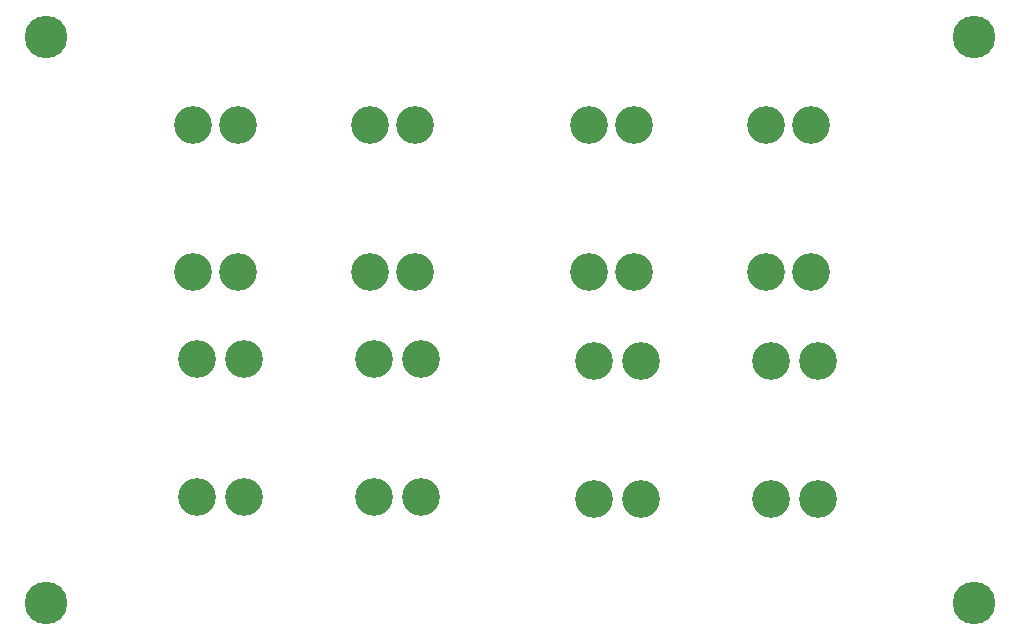
<source format=gbr>
G04 #@! TF.FileFunction,Soldermask,Top*
%FSLAX46Y46*%
G04 Gerber Fmt 4.6, Leading zero omitted, Abs format (unit mm)*
G04 Created by KiCad (PCBNEW 4.0.7) date 04/09/18 21:23:14*
%MOMM*%
%LPD*%
G01*
G04 APERTURE LIST*
%ADD10C,0.100000*%
%ADD11C,3.600000*%
%ADD12C,3.200000*%
G04 APERTURE END LIST*
D10*
D11*
X111000000Y-146000000D03*
X189600000Y-146000000D03*
X189600000Y-98000000D03*
D12*
X123800000Y-137000000D03*
X127800000Y-137000000D03*
X123800000Y-125320000D03*
X127800000Y-125320000D03*
X138800000Y-125320000D03*
X142800000Y-125320000D03*
X138800000Y-137000000D03*
X142800000Y-137000000D03*
X123494800Y-117957600D03*
X127294800Y-117957600D03*
X123494800Y-105457600D03*
X127294800Y-105457600D03*
X138494800Y-117957600D03*
X142294800Y-117957600D03*
X138494800Y-105457600D03*
X142294800Y-105457600D03*
X157400000Y-137120800D03*
X161400000Y-137120800D03*
X157400000Y-125440800D03*
X161400000Y-125440800D03*
X172400000Y-125440800D03*
X176400000Y-125440800D03*
X172400000Y-137120800D03*
X176400000Y-137120800D03*
X157022800Y-117957600D03*
X160822800Y-117957600D03*
X157022800Y-105457600D03*
X160822800Y-105457600D03*
X172022800Y-117957600D03*
X175822800Y-117957600D03*
X172022800Y-105457600D03*
X175822800Y-105457600D03*
D11*
X111000000Y-98000000D03*
M02*

</source>
